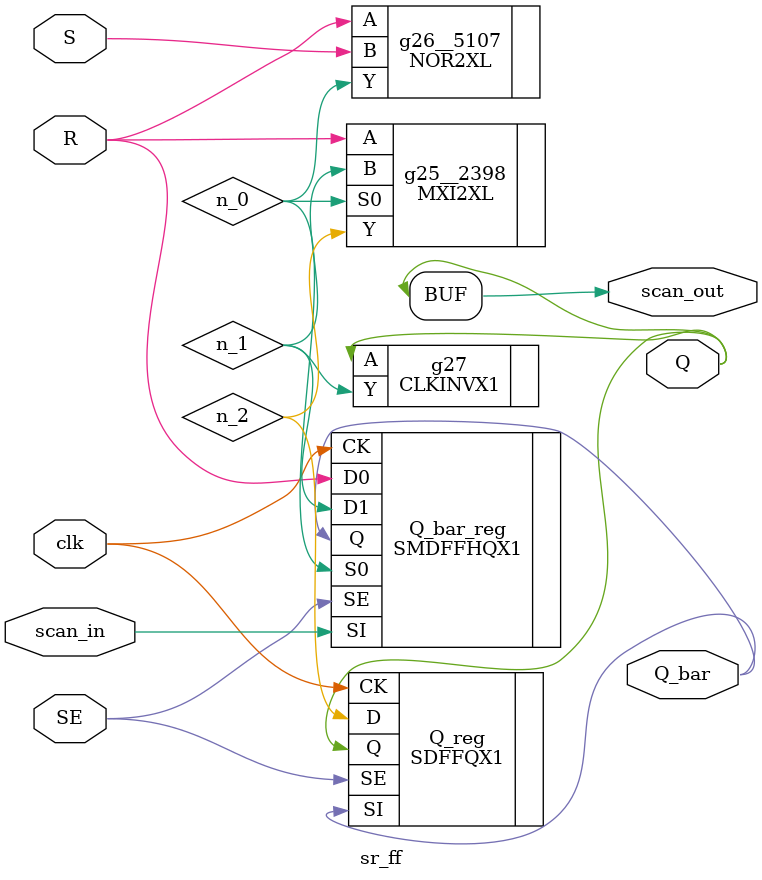
<source format=v>


// Verification Directory fv/sr_ff 

module sr_ff(S, R, clk, Q, Q_bar, SE, scan_in, scan_out);
  input S, R, clk, SE, scan_in;
  output Q, Q_bar, scan_out;
  wire S, R, clk, SE, scan_in;
  wire Q, Q_bar, scan_out;
  wire n_0, n_1, n_2;
  assign scan_out = Q;
  SDFFQX1 Q_reg(.CK (clk), .D (n_2), .SI (Q_bar), .SE (SE), .Q (Q));
  SMDFFHQX1 Q_bar_reg(.CK (clk), .D0 (R), .D1 (n_1), .S0 (n_0), .SI
       (scan_in), .SE (SE), .Q (Q_bar));
  MXI2XL g25__2398(.A (R), .B (n_1), .S0 (n_0), .Y (n_2));
  NOR2XL g26__5107(.A (R), .B (S), .Y (n_0));
  CLKINVX1 g27(.A (Q), .Y (n_1));
endmodule


</source>
